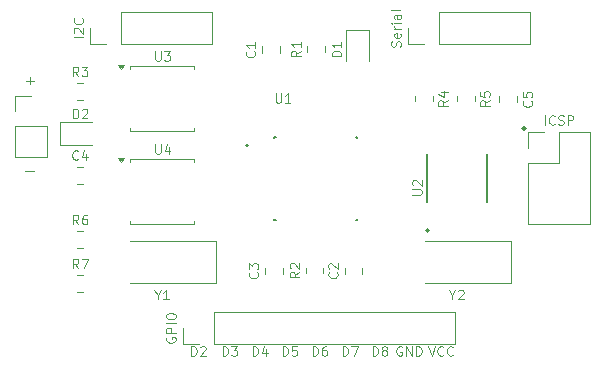
<source format=gto>
%TF.GenerationSoftware,KiCad,Pcbnew,8.0.8*%
%TF.CreationDate,2025-02-03T21:22:42-04:00*%
%TF.ProjectId,ATMega328P-512K-Datalogger-2L,41544d65-6761-4333-9238-502d3531324b,1*%
%TF.SameCoordinates,Original*%
%TF.FileFunction,Legend,Top*%
%TF.FilePolarity,Positive*%
%FSLAX46Y46*%
G04 Gerber Fmt 4.6, Leading zero omitted, Abs format (unit mm)*
G04 Created by KiCad (PCBNEW 8.0.8) date 2025-02-03 21:22:42*
%MOMM*%
%LPD*%
G01*
G04 APERTURE LIST*
%ADD10C,0.220388*%
%ADD11C,0.100000*%
%ADD12C,0.120000*%
%ADD13C,0.127000*%
%ADD14C,0.200000*%
G04 APERTURE END LIST*
D10*
X166835794Y-97899012D02*
G75*
G02*
X166615406Y-97899012I-110194J0D01*
G01*
X166615406Y-97899012D02*
G75*
G02*
X166835794Y-97899012I110194J0D01*
G01*
D11*
X138559265Y-117117895D02*
X138559265Y-116317895D01*
X138559265Y-116317895D02*
X138749741Y-116317895D01*
X138749741Y-116317895D02*
X138864027Y-116355990D01*
X138864027Y-116355990D02*
X138940217Y-116432180D01*
X138940217Y-116432180D02*
X138978312Y-116508371D01*
X138978312Y-116508371D02*
X139016408Y-116660752D01*
X139016408Y-116660752D02*
X139016408Y-116775038D01*
X139016408Y-116775038D02*
X138978312Y-116927419D01*
X138978312Y-116927419D02*
X138940217Y-117003609D01*
X138940217Y-117003609D02*
X138864027Y-117079800D01*
X138864027Y-117079800D02*
X138749741Y-117117895D01*
X138749741Y-117117895D02*
X138559265Y-117117895D01*
X139321169Y-116394085D02*
X139359265Y-116355990D01*
X139359265Y-116355990D02*
X139435455Y-116317895D01*
X139435455Y-116317895D02*
X139625931Y-116317895D01*
X139625931Y-116317895D02*
X139702122Y-116355990D01*
X139702122Y-116355990D02*
X139740217Y-116394085D01*
X139740217Y-116394085D02*
X139778312Y-116470276D01*
X139778312Y-116470276D02*
X139778312Y-116546466D01*
X139778312Y-116546466D02*
X139740217Y-116660752D01*
X139740217Y-116660752D02*
X139283074Y-117117895D01*
X139283074Y-117117895D02*
X139778312Y-117117895D01*
X158637979Y-116317895D02*
X158904646Y-117117895D01*
X158904646Y-117117895D02*
X159171312Y-116317895D01*
X159895122Y-117041704D02*
X159857026Y-117079800D01*
X159857026Y-117079800D02*
X159742741Y-117117895D01*
X159742741Y-117117895D02*
X159666550Y-117117895D01*
X159666550Y-117117895D02*
X159552264Y-117079800D01*
X159552264Y-117079800D02*
X159476074Y-117003609D01*
X159476074Y-117003609D02*
X159437979Y-116927419D01*
X159437979Y-116927419D02*
X159399883Y-116775038D01*
X159399883Y-116775038D02*
X159399883Y-116660752D01*
X159399883Y-116660752D02*
X159437979Y-116508371D01*
X159437979Y-116508371D02*
X159476074Y-116432180D01*
X159476074Y-116432180D02*
X159552264Y-116355990D01*
X159552264Y-116355990D02*
X159666550Y-116317895D01*
X159666550Y-116317895D02*
X159742741Y-116317895D01*
X159742741Y-116317895D02*
X159857026Y-116355990D01*
X159857026Y-116355990D02*
X159895122Y-116394085D01*
X160695122Y-117041704D02*
X160657026Y-117079800D01*
X160657026Y-117079800D02*
X160542741Y-117117895D01*
X160542741Y-117117895D02*
X160466550Y-117117895D01*
X160466550Y-117117895D02*
X160352264Y-117079800D01*
X160352264Y-117079800D02*
X160276074Y-117003609D01*
X160276074Y-117003609D02*
X160237979Y-116927419D01*
X160237979Y-116927419D02*
X160199883Y-116775038D01*
X160199883Y-116775038D02*
X160199883Y-116660752D01*
X160199883Y-116660752D02*
X160237979Y-116508371D01*
X160237979Y-116508371D02*
X160276074Y-116432180D01*
X160276074Y-116432180D02*
X160352264Y-116355990D01*
X160352264Y-116355990D02*
X160466550Y-116317895D01*
X160466550Y-116317895D02*
X160542741Y-116317895D01*
X160542741Y-116317895D02*
X160657026Y-116355990D01*
X160657026Y-116355990D02*
X160695122Y-116394085D01*
X148846265Y-117117895D02*
X148846265Y-116317895D01*
X148846265Y-116317895D02*
X149036741Y-116317895D01*
X149036741Y-116317895D02*
X149151027Y-116355990D01*
X149151027Y-116355990D02*
X149227217Y-116432180D01*
X149227217Y-116432180D02*
X149265312Y-116508371D01*
X149265312Y-116508371D02*
X149303408Y-116660752D01*
X149303408Y-116660752D02*
X149303408Y-116775038D01*
X149303408Y-116775038D02*
X149265312Y-116927419D01*
X149265312Y-116927419D02*
X149227217Y-117003609D01*
X149227217Y-117003609D02*
X149151027Y-117079800D01*
X149151027Y-117079800D02*
X149036741Y-117117895D01*
X149036741Y-117117895D02*
X148846265Y-117117895D01*
X149989122Y-116317895D02*
X149836741Y-116317895D01*
X149836741Y-116317895D02*
X149760550Y-116355990D01*
X149760550Y-116355990D02*
X149722455Y-116394085D01*
X149722455Y-116394085D02*
X149646265Y-116508371D01*
X149646265Y-116508371D02*
X149608169Y-116660752D01*
X149608169Y-116660752D02*
X149608169Y-116965514D01*
X149608169Y-116965514D02*
X149646265Y-117041704D01*
X149646265Y-117041704D02*
X149684360Y-117079800D01*
X149684360Y-117079800D02*
X149760550Y-117117895D01*
X149760550Y-117117895D02*
X149912931Y-117117895D01*
X149912931Y-117117895D02*
X149989122Y-117079800D01*
X149989122Y-117079800D02*
X150027217Y-117041704D01*
X150027217Y-117041704D02*
X150065312Y-116965514D01*
X150065312Y-116965514D02*
X150065312Y-116775038D01*
X150065312Y-116775038D02*
X150027217Y-116698847D01*
X150027217Y-116698847D02*
X149989122Y-116660752D01*
X149989122Y-116660752D02*
X149912931Y-116622657D01*
X149912931Y-116622657D02*
X149760550Y-116622657D01*
X149760550Y-116622657D02*
X149684360Y-116660752D01*
X149684360Y-116660752D02*
X149646265Y-116698847D01*
X149646265Y-116698847D02*
X149608169Y-116775038D01*
X153926265Y-117117895D02*
X153926265Y-116317895D01*
X153926265Y-116317895D02*
X154116741Y-116317895D01*
X154116741Y-116317895D02*
X154231027Y-116355990D01*
X154231027Y-116355990D02*
X154307217Y-116432180D01*
X154307217Y-116432180D02*
X154345312Y-116508371D01*
X154345312Y-116508371D02*
X154383408Y-116660752D01*
X154383408Y-116660752D02*
X154383408Y-116775038D01*
X154383408Y-116775038D02*
X154345312Y-116927419D01*
X154345312Y-116927419D02*
X154307217Y-117003609D01*
X154307217Y-117003609D02*
X154231027Y-117079800D01*
X154231027Y-117079800D02*
X154116741Y-117117895D01*
X154116741Y-117117895D02*
X153926265Y-117117895D01*
X154840550Y-116660752D02*
X154764360Y-116622657D01*
X154764360Y-116622657D02*
X154726265Y-116584561D01*
X154726265Y-116584561D02*
X154688169Y-116508371D01*
X154688169Y-116508371D02*
X154688169Y-116470276D01*
X154688169Y-116470276D02*
X154726265Y-116394085D01*
X154726265Y-116394085D02*
X154764360Y-116355990D01*
X154764360Y-116355990D02*
X154840550Y-116317895D01*
X154840550Y-116317895D02*
X154992931Y-116317895D01*
X154992931Y-116317895D02*
X155069122Y-116355990D01*
X155069122Y-116355990D02*
X155107217Y-116394085D01*
X155107217Y-116394085D02*
X155145312Y-116470276D01*
X155145312Y-116470276D02*
X155145312Y-116508371D01*
X155145312Y-116508371D02*
X155107217Y-116584561D01*
X155107217Y-116584561D02*
X155069122Y-116622657D01*
X155069122Y-116622657D02*
X154992931Y-116660752D01*
X154992931Y-116660752D02*
X154840550Y-116660752D01*
X154840550Y-116660752D02*
X154764360Y-116698847D01*
X154764360Y-116698847D02*
X154726265Y-116736942D01*
X154726265Y-116736942D02*
X154688169Y-116813133D01*
X154688169Y-116813133D02*
X154688169Y-116965514D01*
X154688169Y-116965514D02*
X154726265Y-117041704D01*
X154726265Y-117041704D02*
X154764360Y-117079800D01*
X154764360Y-117079800D02*
X154840550Y-117117895D01*
X154840550Y-117117895D02*
X154992931Y-117117895D01*
X154992931Y-117117895D02*
X155069122Y-117079800D01*
X155069122Y-117079800D02*
X155107217Y-117041704D01*
X155107217Y-117041704D02*
X155145312Y-116965514D01*
X155145312Y-116965514D02*
X155145312Y-116813133D01*
X155145312Y-116813133D02*
X155107217Y-116736942D01*
X155107217Y-116736942D02*
X155069122Y-116698847D01*
X155069122Y-116698847D02*
X154992931Y-116660752D01*
X124589265Y-93826133D02*
X125198789Y-93826133D01*
X124894027Y-94130895D02*
X124894027Y-93521371D01*
X151386265Y-117117895D02*
X151386265Y-116317895D01*
X151386265Y-116317895D02*
X151576741Y-116317895D01*
X151576741Y-116317895D02*
X151691027Y-116355990D01*
X151691027Y-116355990D02*
X151767217Y-116432180D01*
X151767217Y-116432180D02*
X151805312Y-116508371D01*
X151805312Y-116508371D02*
X151843408Y-116660752D01*
X151843408Y-116660752D02*
X151843408Y-116775038D01*
X151843408Y-116775038D02*
X151805312Y-116927419D01*
X151805312Y-116927419D02*
X151767217Y-117003609D01*
X151767217Y-117003609D02*
X151691027Y-117079800D01*
X151691027Y-117079800D02*
X151576741Y-117117895D01*
X151576741Y-117117895D02*
X151386265Y-117117895D01*
X152110074Y-116317895D02*
X152643408Y-116317895D01*
X152643408Y-116317895D02*
X152300550Y-117117895D01*
X141226265Y-117117895D02*
X141226265Y-116317895D01*
X141226265Y-116317895D02*
X141416741Y-116317895D01*
X141416741Y-116317895D02*
X141531027Y-116355990D01*
X141531027Y-116355990D02*
X141607217Y-116432180D01*
X141607217Y-116432180D02*
X141645312Y-116508371D01*
X141645312Y-116508371D02*
X141683408Y-116660752D01*
X141683408Y-116660752D02*
X141683408Y-116775038D01*
X141683408Y-116775038D02*
X141645312Y-116927419D01*
X141645312Y-116927419D02*
X141607217Y-117003609D01*
X141607217Y-117003609D02*
X141531027Y-117079800D01*
X141531027Y-117079800D02*
X141416741Y-117117895D01*
X141416741Y-117117895D02*
X141226265Y-117117895D01*
X141950074Y-116317895D02*
X142445312Y-116317895D01*
X142445312Y-116317895D02*
X142178646Y-116622657D01*
X142178646Y-116622657D02*
X142292931Y-116622657D01*
X142292931Y-116622657D02*
X142369122Y-116660752D01*
X142369122Y-116660752D02*
X142407217Y-116698847D01*
X142407217Y-116698847D02*
X142445312Y-116775038D01*
X142445312Y-116775038D02*
X142445312Y-116965514D01*
X142445312Y-116965514D02*
X142407217Y-117041704D01*
X142407217Y-117041704D02*
X142369122Y-117079800D01*
X142369122Y-117079800D02*
X142292931Y-117117895D01*
X142292931Y-117117895D02*
X142064360Y-117117895D01*
X142064360Y-117117895D02*
X141988169Y-117079800D01*
X141988169Y-117079800D02*
X141950074Y-117041704D01*
X146306265Y-117117895D02*
X146306265Y-116317895D01*
X146306265Y-116317895D02*
X146496741Y-116317895D01*
X146496741Y-116317895D02*
X146611027Y-116355990D01*
X146611027Y-116355990D02*
X146687217Y-116432180D01*
X146687217Y-116432180D02*
X146725312Y-116508371D01*
X146725312Y-116508371D02*
X146763408Y-116660752D01*
X146763408Y-116660752D02*
X146763408Y-116775038D01*
X146763408Y-116775038D02*
X146725312Y-116927419D01*
X146725312Y-116927419D02*
X146687217Y-117003609D01*
X146687217Y-117003609D02*
X146611027Y-117079800D01*
X146611027Y-117079800D02*
X146496741Y-117117895D01*
X146496741Y-117117895D02*
X146306265Y-117117895D01*
X147487217Y-116317895D02*
X147106265Y-116317895D01*
X147106265Y-116317895D02*
X147068169Y-116698847D01*
X147068169Y-116698847D02*
X147106265Y-116660752D01*
X147106265Y-116660752D02*
X147182455Y-116622657D01*
X147182455Y-116622657D02*
X147372931Y-116622657D01*
X147372931Y-116622657D02*
X147449122Y-116660752D01*
X147449122Y-116660752D02*
X147487217Y-116698847D01*
X147487217Y-116698847D02*
X147525312Y-116775038D01*
X147525312Y-116775038D02*
X147525312Y-116965514D01*
X147525312Y-116965514D02*
X147487217Y-117041704D01*
X147487217Y-117041704D02*
X147449122Y-117079800D01*
X147449122Y-117079800D02*
X147372931Y-117117895D01*
X147372931Y-117117895D02*
X147182455Y-117117895D01*
X147182455Y-117117895D02*
X147106265Y-117079800D01*
X147106265Y-117079800D02*
X147068169Y-117041704D01*
X143766265Y-117117895D02*
X143766265Y-116317895D01*
X143766265Y-116317895D02*
X143956741Y-116317895D01*
X143956741Y-116317895D02*
X144071027Y-116355990D01*
X144071027Y-116355990D02*
X144147217Y-116432180D01*
X144147217Y-116432180D02*
X144185312Y-116508371D01*
X144185312Y-116508371D02*
X144223408Y-116660752D01*
X144223408Y-116660752D02*
X144223408Y-116775038D01*
X144223408Y-116775038D02*
X144185312Y-116927419D01*
X144185312Y-116927419D02*
X144147217Y-117003609D01*
X144147217Y-117003609D02*
X144071027Y-117079800D01*
X144071027Y-117079800D02*
X143956741Y-117117895D01*
X143956741Y-117117895D02*
X143766265Y-117117895D01*
X144909122Y-116584561D02*
X144909122Y-117117895D01*
X144718646Y-116279800D02*
X144528169Y-116851228D01*
X144528169Y-116851228D02*
X145023408Y-116851228D01*
X156377312Y-116355990D02*
X156301122Y-116317895D01*
X156301122Y-116317895D02*
X156186836Y-116317895D01*
X156186836Y-116317895D02*
X156072550Y-116355990D01*
X156072550Y-116355990D02*
X155996360Y-116432180D01*
X155996360Y-116432180D02*
X155958265Y-116508371D01*
X155958265Y-116508371D02*
X155920169Y-116660752D01*
X155920169Y-116660752D02*
X155920169Y-116775038D01*
X155920169Y-116775038D02*
X155958265Y-116927419D01*
X155958265Y-116927419D02*
X155996360Y-117003609D01*
X155996360Y-117003609D02*
X156072550Y-117079800D01*
X156072550Y-117079800D02*
X156186836Y-117117895D01*
X156186836Y-117117895D02*
X156263027Y-117117895D01*
X156263027Y-117117895D02*
X156377312Y-117079800D01*
X156377312Y-117079800D02*
X156415408Y-117041704D01*
X156415408Y-117041704D02*
X156415408Y-116775038D01*
X156415408Y-116775038D02*
X156263027Y-116775038D01*
X156758265Y-117117895D02*
X156758265Y-116317895D01*
X156758265Y-116317895D02*
X157215408Y-117117895D01*
X157215408Y-117117895D02*
X157215408Y-116317895D01*
X157596360Y-117117895D02*
X157596360Y-116317895D01*
X157596360Y-116317895D02*
X157786836Y-116317895D01*
X157786836Y-116317895D02*
X157901122Y-116355990D01*
X157901122Y-116355990D02*
X157977312Y-116432180D01*
X157977312Y-116432180D02*
X158015407Y-116508371D01*
X158015407Y-116508371D02*
X158053503Y-116660752D01*
X158053503Y-116660752D02*
X158053503Y-116775038D01*
X158053503Y-116775038D02*
X158015407Y-116927419D01*
X158015407Y-116927419D02*
X157977312Y-117003609D01*
X157977312Y-117003609D02*
X157901122Y-117079800D01*
X157901122Y-117079800D02*
X157786836Y-117117895D01*
X157786836Y-117117895D02*
X157596360Y-117117895D01*
X124509884Y-101472466D02*
X125271789Y-101472466D01*
X135490476Y-91343895D02*
X135490476Y-91991514D01*
X135490476Y-91991514D02*
X135528571Y-92067704D01*
X135528571Y-92067704D02*
X135566666Y-92105800D01*
X135566666Y-92105800D02*
X135642857Y-92143895D01*
X135642857Y-92143895D02*
X135795238Y-92143895D01*
X135795238Y-92143895D02*
X135871428Y-92105800D01*
X135871428Y-92105800D02*
X135909523Y-92067704D01*
X135909523Y-92067704D02*
X135947619Y-91991514D01*
X135947619Y-91991514D02*
X135947619Y-91343895D01*
X136252380Y-91343895D02*
X136747618Y-91343895D01*
X136747618Y-91343895D02*
X136480952Y-91648657D01*
X136480952Y-91648657D02*
X136595237Y-91648657D01*
X136595237Y-91648657D02*
X136671428Y-91686752D01*
X136671428Y-91686752D02*
X136709523Y-91724847D01*
X136709523Y-91724847D02*
X136747618Y-91801038D01*
X136747618Y-91801038D02*
X136747618Y-91991514D01*
X136747618Y-91991514D02*
X136709523Y-92067704D01*
X136709523Y-92067704D02*
X136671428Y-92105800D01*
X136671428Y-92105800D02*
X136595237Y-92143895D01*
X136595237Y-92143895D02*
X136366666Y-92143895D01*
X136366666Y-92143895D02*
X136290475Y-92105800D01*
X136290475Y-92105800D02*
X136252380Y-92067704D01*
X147812895Y-91294332D02*
X147431942Y-91560999D01*
X147812895Y-91751475D02*
X147012895Y-91751475D01*
X147012895Y-91751475D02*
X147012895Y-91446713D01*
X147012895Y-91446713D02*
X147050990Y-91370523D01*
X147050990Y-91370523D02*
X147089085Y-91332428D01*
X147089085Y-91332428D02*
X147165276Y-91294332D01*
X147165276Y-91294332D02*
X147279561Y-91294332D01*
X147279561Y-91294332D02*
X147355752Y-91332428D01*
X147355752Y-91332428D02*
X147393847Y-91370523D01*
X147393847Y-91370523D02*
X147431942Y-91446713D01*
X147431942Y-91446713D02*
X147431942Y-91751475D01*
X147812895Y-90532428D02*
X147812895Y-90989571D01*
X147812895Y-90760999D02*
X147012895Y-90760999D01*
X147012895Y-90760999D02*
X147127180Y-90837190D01*
X147127180Y-90837190D02*
X147203371Y-90913380D01*
X147203371Y-90913380D02*
X147241466Y-90989571D01*
X129002167Y-106000895D02*
X128735500Y-105619942D01*
X128545024Y-106000895D02*
X128545024Y-105200895D01*
X128545024Y-105200895D02*
X128849786Y-105200895D01*
X128849786Y-105200895D02*
X128925976Y-105238990D01*
X128925976Y-105238990D02*
X128964071Y-105277085D01*
X128964071Y-105277085D02*
X129002167Y-105353276D01*
X129002167Y-105353276D02*
X129002167Y-105467561D01*
X129002167Y-105467561D02*
X128964071Y-105543752D01*
X128964071Y-105543752D02*
X128925976Y-105581847D01*
X128925976Y-105581847D02*
X128849786Y-105619942D01*
X128849786Y-105619942D02*
X128545024Y-105619942D01*
X129687881Y-105200895D02*
X129535500Y-105200895D01*
X129535500Y-105200895D02*
X129459309Y-105238990D01*
X129459309Y-105238990D02*
X129421214Y-105277085D01*
X129421214Y-105277085D02*
X129345024Y-105391371D01*
X129345024Y-105391371D02*
X129306928Y-105543752D01*
X129306928Y-105543752D02*
X129306928Y-105848514D01*
X129306928Y-105848514D02*
X129345024Y-105924704D01*
X129345024Y-105924704D02*
X129383119Y-105962800D01*
X129383119Y-105962800D02*
X129459309Y-106000895D01*
X129459309Y-106000895D02*
X129611690Y-106000895D01*
X129611690Y-106000895D02*
X129687881Y-105962800D01*
X129687881Y-105962800D02*
X129725976Y-105924704D01*
X129725976Y-105924704D02*
X129764071Y-105848514D01*
X129764071Y-105848514D02*
X129764071Y-105658038D01*
X129764071Y-105658038D02*
X129725976Y-105581847D01*
X129725976Y-105581847D02*
X129687881Y-105543752D01*
X129687881Y-105543752D02*
X129611690Y-105505657D01*
X129611690Y-105505657D02*
X129459309Y-105505657D01*
X129459309Y-105505657D02*
X129383119Y-105543752D01*
X129383119Y-105543752D02*
X129345024Y-105581847D01*
X129345024Y-105581847D02*
X129306928Y-105658038D01*
X145693476Y-94882895D02*
X145693476Y-95530514D01*
X145693476Y-95530514D02*
X145731571Y-95606704D01*
X145731571Y-95606704D02*
X145769666Y-95644800D01*
X145769666Y-95644800D02*
X145845857Y-95682895D01*
X145845857Y-95682895D02*
X145998238Y-95682895D01*
X145998238Y-95682895D02*
X146074428Y-95644800D01*
X146074428Y-95644800D02*
X146112523Y-95606704D01*
X146112523Y-95606704D02*
X146150619Y-95530514D01*
X146150619Y-95530514D02*
X146150619Y-94882895D01*
X146950618Y-95682895D02*
X146493475Y-95682895D01*
X146722047Y-95682895D02*
X146722047Y-94882895D01*
X146722047Y-94882895D02*
X146645856Y-94997180D01*
X146645856Y-94997180D02*
X146569666Y-95073371D01*
X146569666Y-95073371D02*
X146493475Y-95111466D01*
X143896704Y-91331832D02*
X143934800Y-91369928D01*
X143934800Y-91369928D02*
X143972895Y-91484213D01*
X143972895Y-91484213D02*
X143972895Y-91560404D01*
X143972895Y-91560404D02*
X143934800Y-91674690D01*
X143934800Y-91674690D02*
X143858609Y-91750880D01*
X143858609Y-91750880D02*
X143782419Y-91788975D01*
X143782419Y-91788975D02*
X143630038Y-91827071D01*
X143630038Y-91827071D02*
X143515752Y-91827071D01*
X143515752Y-91827071D02*
X143363371Y-91788975D01*
X143363371Y-91788975D02*
X143287180Y-91750880D01*
X143287180Y-91750880D02*
X143210990Y-91674690D01*
X143210990Y-91674690D02*
X143172895Y-91560404D01*
X143172895Y-91560404D02*
X143172895Y-91484213D01*
X143172895Y-91484213D02*
X143210990Y-91369928D01*
X143210990Y-91369928D02*
X143249085Y-91331832D01*
X143972895Y-90569928D02*
X143972895Y-91027071D01*
X143972895Y-90798499D02*
X143172895Y-90798499D01*
X143172895Y-90798499D02*
X143287180Y-90874690D01*
X143287180Y-90874690D02*
X143363371Y-90950880D01*
X143363371Y-90950880D02*
X143401466Y-91027071D01*
X135490476Y-99217895D02*
X135490476Y-99865514D01*
X135490476Y-99865514D02*
X135528571Y-99941704D01*
X135528571Y-99941704D02*
X135566666Y-99979800D01*
X135566666Y-99979800D02*
X135642857Y-100017895D01*
X135642857Y-100017895D02*
X135795238Y-100017895D01*
X135795238Y-100017895D02*
X135871428Y-99979800D01*
X135871428Y-99979800D02*
X135909523Y-99941704D01*
X135909523Y-99941704D02*
X135947619Y-99865514D01*
X135947619Y-99865514D02*
X135947619Y-99217895D01*
X136671428Y-99484561D02*
X136671428Y-100017895D01*
X136480952Y-99179800D02*
X136290475Y-99751228D01*
X136290475Y-99751228D02*
X136785714Y-99751228D01*
X167322704Y-95533332D02*
X167360800Y-95571428D01*
X167360800Y-95571428D02*
X167398895Y-95685713D01*
X167398895Y-95685713D02*
X167398895Y-95761904D01*
X167398895Y-95761904D02*
X167360800Y-95876190D01*
X167360800Y-95876190D02*
X167284609Y-95952380D01*
X167284609Y-95952380D02*
X167208419Y-95990475D01*
X167208419Y-95990475D02*
X167056038Y-96028571D01*
X167056038Y-96028571D02*
X166941752Y-96028571D01*
X166941752Y-96028571D02*
X166789371Y-95990475D01*
X166789371Y-95990475D02*
X166713180Y-95952380D01*
X166713180Y-95952380D02*
X166636990Y-95876190D01*
X166636990Y-95876190D02*
X166598895Y-95761904D01*
X166598895Y-95761904D02*
X166598895Y-95685713D01*
X166598895Y-95685713D02*
X166636990Y-95571428D01*
X166636990Y-95571428D02*
X166675085Y-95533332D01*
X166598895Y-94809523D02*
X166598895Y-95190475D01*
X166598895Y-95190475D02*
X166979847Y-95228571D01*
X166979847Y-95228571D02*
X166941752Y-95190475D01*
X166941752Y-95190475D02*
X166903657Y-95114285D01*
X166903657Y-95114285D02*
X166903657Y-94923809D01*
X166903657Y-94923809D02*
X166941752Y-94847618D01*
X166941752Y-94847618D02*
X166979847Y-94809523D01*
X166979847Y-94809523D02*
X167056038Y-94771428D01*
X167056038Y-94771428D02*
X167246514Y-94771428D01*
X167246514Y-94771428D02*
X167322704Y-94809523D01*
X167322704Y-94809523D02*
X167360800Y-94847618D01*
X167360800Y-94847618D02*
X167398895Y-94923809D01*
X167398895Y-94923809D02*
X167398895Y-95114285D01*
X167398895Y-95114285D02*
X167360800Y-95190475D01*
X167360800Y-95190475D02*
X167322704Y-95228571D01*
X157268895Y-103474523D02*
X157916514Y-103474523D01*
X157916514Y-103474523D02*
X157992704Y-103436428D01*
X157992704Y-103436428D02*
X158030800Y-103398333D01*
X158030800Y-103398333D02*
X158068895Y-103322142D01*
X158068895Y-103322142D02*
X158068895Y-103169761D01*
X158068895Y-103169761D02*
X158030800Y-103093571D01*
X158030800Y-103093571D02*
X157992704Y-103055476D01*
X157992704Y-103055476D02*
X157916514Y-103017380D01*
X157916514Y-103017380D02*
X157268895Y-103017380D01*
X157345085Y-102674524D02*
X157306990Y-102636428D01*
X157306990Y-102636428D02*
X157268895Y-102560238D01*
X157268895Y-102560238D02*
X157268895Y-102369762D01*
X157268895Y-102369762D02*
X157306990Y-102293571D01*
X157306990Y-102293571D02*
X157345085Y-102255476D01*
X157345085Y-102255476D02*
X157421276Y-102217381D01*
X157421276Y-102217381D02*
X157497466Y-102217381D01*
X157497466Y-102217381D02*
X157611752Y-102255476D01*
X157611752Y-102255476D02*
X158068895Y-102712619D01*
X158068895Y-102712619D02*
X158068895Y-102217381D01*
X160655048Y-111965942D02*
X160655048Y-112346895D01*
X160388381Y-111546895D02*
X160655048Y-111965942D01*
X160655048Y-111965942D02*
X160921714Y-111546895D01*
X161150285Y-111623085D02*
X161188381Y-111584990D01*
X161188381Y-111584990D02*
X161264571Y-111546895D01*
X161264571Y-111546895D02*
X161455047Y-111546895D01*
X161455047Y-111546895D02*
X161531238Y-111584990D01*
X161531238Y-111584990D02*
X161569333Y-111623085D01*
X161569333Y-111623085D02*
X161607428Y-111699276D01*
X161607428Y-111699276D02*
X161607428Y-111775466D01*
X161607428Y-111775466D02*
X161569333Y-111889752D01*
X161569333Y-111889752D02*
X161112190Y-112346895D01*
X161112190Y-112346895D02*
X161607428Y-112346895D01*
X168491048Y-97564895D02*
X168491048Y-96764895D01*
X169329143Y-97488704D02*
X169291047Y-97526800D01*
X169291047Y-97526800D02*
X169176762Y-97564895D01*
X169176762Y-97564895D02*
X169100571Y-97564895D01*
X169100571Y-97564895D02*
X168986285Y-97526800D01*
X168986285Y-97526800D02*
X168910095Y-97450609D01*
X168910095Y-97450609D02*
X168872000Y-97374419D01*
X168872000Y-97374419D02*
X168833904Y-97222038D01*
X168833904Y-97222038D02*
X168833904Y-97107752D01*
X168833904Y-97107752D02*
X168872000Y-96955371D01*
X168872000Y-96955371D02*
X168910095Y-96879180D01*
X168910095Y-96879180D02*
X168986285Y-96802990D01*
X168986285Y-96802990D02*
X169100571Y-96764895D01*
X169100571Y-96764895D02*
X169176762Y-96764895D01*
X169176762Y-96764895D02*
X169291047Y-96802990D01*
X169291047Y-96802990D02*
X169329143Y-96841085D01*
X169633904Y-97526800D02*
X169748190Y-97564895D01*
X169748190Y-97564895D02*
X169938666Y-97564895D01*
X169938666Y-97564895D02*
X170014857Y-97526800D01*
X170014857Y-97526800D02*
X170052952Y-97488704D01*
X170052952Y-97488704D02*
X170091047Y-97412514D01*
X170091047Y-97412514D02*
X170091047Y-97336323D01*
X170091047Y-97336323D02*
X170052952Y-97260133D01*
X170052952Y-97260133D02*
X170014857Y-97222038D01*
X170014857Y-97222038D02*
X169938666Y-97183942D01*
X169938666Y-97183942D02*
X169786285Y-97145847D01*
X169786285Y-97145847D02*
X169710095Y-97107752D01*
X169710095Y-97107752D02*
X169672000Y-97069657D01*
X169672000Y-97069657D02*
X169633904Y-96993466D01*
X169633904Y-96993466D02*
X169633904Y-96917276D01*
X169633904Y-96917276D02*
X169672000Y-96841085D01*
X169672000Y-96841085D02*
X169710095Y-96802990D01*
X169710095Y-96802990D02*
X169786285Y-96764895D01*
X169786285Y-96764895D02*
X169976762Y-96764895D01*
X169976762Y-96764895D02*
X170091047Y-96802990D01*
X170433905Y-97564895D02*
X170433905Y-96764895D01*
X170433905Y-96764895D02*
X170738667Y-96764895D01*
X170738667Y-96764895D02*
X170814857Y-96802990D01*
X170814857Y-96802990D02*
X170852952Y-96841085D01*
X170852952Y-96841085D02*
X170891048Y-96917276D01*
X170891048Y-96917276D02*
X170891048Y-97031561D01*
X170891048Y-97031561D02*
X170852952Y-97107752D01*
X170852952Y-97107752D02*
X170814857Y-97145847D01*
X170814857Y-97145847D02*
X170738667Y-97183942D01*
X170738667Y-97183942D02*
X170433905Y-97183942D01*
X150881704Y-110054332D02*
X150919800Y-110092428D01*
X150919800Y-110092428D02*
X150957895Y-110206713D01*
X150957895Y-110206713D02*
X150957895Y-110282904D01*
X150957895Y-110282904D02*
X150919800Y-110397190D01*
X150919800Y-110397190D02*
X150843609Y-110473380D01*
X150843609Y-110473380D02*
X150767419Y-110511475D01*
X150767419Y-110511475D02*
X150615038Y-110549571D01*
X150615038Y-110549571D02*
X150500752Y-110549571D01*
X150500752Y-110549571D02*
X150348371Y-110511475D01*
X150348371Y-110511475D02*
X150272180Y-110473380D01*
X150272180Y-110473380D02*
X150195990Y-110397190D01*
X150195990Y-110397190D02*
X150157895Y-110282904D01*
X150157895Y-110282904D02*
X150157895Y-110206713D01*
X150157895Y-110206713D02*
X150195990Y-110092428D01*
X150195990Y-110092428D02*
X150234085Y-110054332D01*
X150234085Y-109749571D02*
X150195990Y-109711475D01*
X150195990Y-109711475D02*
X150157895Y-109635285D01*
X150157895Y-109635285D02*
X150157895Y-109444809D01*
X150157895Y-109444809D02*
X150195990Y-109368618D01*
X150195990Y-109368618D02*
X150234085Y-109330523D01*
X150234085Y-109330523D02*
X150310276Y-109292428D01*
X150310276Y-109292428D02*
X150386466Y-109292428D01*
X150386466Y-109292428D02*
X150500752Y-109330523D01*
X150500752Y-109330523D02*
X150957895Y-109787666D01*
X150957895Y-109787666D02*
X150957895Y-109292428D01*
X151240895Y-91776475D02*
X150440895Y-91776475D01*
X150440895Y-91776475D02*
X150440895Y-91585999D01*
X150440895Y-91585999D02*
X150478990Y-91471713D01*
X150478990Y-91471713D02*
X150555180Y-91395523D01*
X150555180Y-91395523D02*
X150631371Y-91357428D01*
X150631371Y-91357428D02*
X150783752Y-91319332D01*
X150783752Y-91319332D02*
X150898038Y-91319332D01*
X150898038Y-91319332D02*
X151050419Y-91357428D01*
X151050419Y-91357428D02*
X151126609Y-91395523D01*
X151126609Y-91395523D02*
X151202800Y-91471713D01*
X151202800Y-91471713D02*
X151240895Y-91585999D01*
X151240895Y-91585999D02*
X151240895Y-91776475D01*
X151240895Y-90557428D02*
X151240895Y-91014571D01*
X151240895Y-90785999D02*
X150440895Y-90785999D01*
X150440895Y-90785999D02*
X150555180Y-90862190D01*
X150555180Y-90862190D02*
X150631371Y-90938380D01*
X150631371Y-90938380D02*
X150669466Y-91014571D01*
X128545024Y-97012895D02*
X128545024Y-96212895D01*
X128545024Y-96212895D02*
X128735500Y-96212895D01*
X128735500Y-96212895D02*
X128849786Y-96250990D01*
X128849786Y-96250990D02*
X128925976Y-96327180D01*
X128925976Y-96327180D02*
X128964071Y-96403371D01*
X128964071Y-96403371D02*
X129002167Y-96555752D01*
X129002167Y-96555752D02*
X129002167Y-96670038D01*
X129002167Y-96670038D02*
X128964071Y-96822419D01*
X128964071Y-96822419D02*
X128925976Y-96898609D01*
X128925976Y-96898609D02*
X128849786Y-96974800D01*
X128849786Y-96974800D02*
X128735500Y-97012895D01*
X128735500Y-97012895D02*
X128545024Y-97012895D01*
X129306928Y-96289085D02*
X129345024Y-96250990D01*
X129345024Y-96250990D02*
X129421214Y-96212895D01*
X129421214Y-96212895D02*
X129611690Y-96212895D01*
X129611690Y-96212895D02*
X129687881Y-96250990D01*
X129687881Y-96250990D02*
X129725976Y-96289085D01*
X129725976Y-96289085D02*
X129764071Y-96365276D01*
X129764071Y-96365276D02*
X129764071Y-96441466D01*
X129764071Y-96441466D02*
X129725976Y-96555752D01*
X129725976Y-96555752D02*
X129268833Y-97012895D01*
X129268833Y-97012895D02*
X129764071Y-97012895D01*
X135703048Y-111965942D02*
X135703048Y-112346895D01*
X135436381Y-111546895D02*
X135703048Y-111965942D01*
X135703048Y-111965942D02*
X135969714Y-111546895D01*
X136655428Y-112346895D02*
X136198285Y-112346895D01*
X136426857Y-112346895D02*
X136426857Y-111546895D01*
X136426857Y-111546895D02*
X136350666Y-111661180D01*
X136350666Y-111661180D02*
X136274476Y-111737371D01*
X136274476Y-111737371D02*
X136198285Y-111775466D01*
X163812895Y-95495832D02*
X163431942Y-95762499D01*
X163812895Y-95952975D02*
X163012895Y-95952975D01*
X163012895Y-95952975D02*
X163012895Y-95648213D01*
X163012895Y-95648213D02*
X163050990Y-95572023D01*
X163050990Y-95572023D02*
X163089085Y-95533928D01*
X163089085Y-95533928D02*
X163165276Y-95495832D01*
X163165276Y-95495832D02*
X163279561Y-95495832D01*
X163279561Y-95495832D02*
X163355752Y-95533928D01*
X163355752Y-95533928D02*
X163393847Y-95572023D01*
X163393847Y-95572023D02*
X163431942Y-95648213D01*
X163431942Y-95648213D02*
X163431942Y-95952975D01*
X163012895Y-94772023D02*
X163012895Y-95152975D01*
X163012895Y-95152975D02*
X163393847Y-95191071D01*
X163393847Y-95191071D02*
X163355752Y-95152975D01*
X163355752Y-95152975D02*
X163317657Y-95076785D01*
X163317657Y-95076785D02*
X163317657Y-94886309D01*
X163317657Y-94886309D02*
X163355752Y-94810118D01*
X163355752Y-94810118D02*
X163393847Y-94772023D01*
X163393847Y-94772023D02*
X163470038Y-94733928D01*
X163470038Y-94733928D02*
X163660514Y-94733928D01*
X163660514Y-94733928D02*
X163736704Y-94772023D01*
X163736704Y-94772023D02*
X163774800Y-94810118D01*
X163774800Y-94810118D02*
X163812895Y-94886309D01*
X163812895Y-94886309D02*
X163812895Y-95076785D01*
X163812895Y-95076785D02*
X163774800Y-95152975D01*
X163774800Y-95152975D02*
X163736704Y-95191071D01*
X156238800Y-90950952D02*
X156276895Y-90836666D01*
X156276895Y-90836666D02*
X156276895Y-90646190D01*
X156276895Y-90646190D02*
X156238800Y-90569999D01*
X156238800Y-90569999D02*
X156200704Y-90531904D01*
X156200704Y-90531904D02*
X156124514Y-90493809D01*
X156124514Y-90493809D02*
X156048323Y-90493809D01*
X156048323Y-90493809D02*
X155972133Y-90531904D01*
X155972133Y-90531904D02*
X155934038Y-90569999D01*
X155934038Y-90569999D02*
X155895942Y-90646190D01*
X155895942Y-90646190D02*
X155857847Y-90798571D01*
X155857847Y-90798571D02*
X155819752Y-90874761D01*
X155819752Y-90874761D02*
X155781657Y-90912856D01*
X155781657Y-90912856D02*
X155705466Y-90950952D01*
X155705466Y-90950952D02*
X155629276Y-90950952D01*
X155629276Y-90950952D02*
X155553085Y-90912856D01*
X155553085Y-90912856D02*
X155514990Y-90874761D01*
X155514990Y-90874761D02*
X155476895Y-90798571D01*
X155476895Y-90798571D02*
X155476895Y-90608094D01*
X155476895Y-90608094D02*
X155514990Y-90493809D01*
X156238800Y-89846189D02*
X156276895Y-89922380D01*
X156276895Y-89922380D02*
X156276895Y-90074761D01*
X156276895Y-90074761D02*
X156238800Y-90150951D01*
X156238800Y-90150951D02*
X156162609Y-90189047D01*
X156162609Y-90189047D02*
X155857847Y-90189047D01*
X155857847Y-90189047D02*
X155781657Y-90150951D01*
X155781657Y-90150951D02*
X155743561Y-90074761D01*
X155743561Y-90074761D02*
X155743561Y-89922380D01*
X155743561Y-89922380D02*
X155781657Y-89846189D01*
X155781657Y-89846189D02*
X155857847Y-89808094D01*
X155857847Y-89808094D02*
X155934038Y-89808094D01*
X155934038Y-89808094D02*
X156010228Y-90189047D01*
X156276895Y-89465237D02*
X155743561Y-89465237D01*
X155895942Y-89465237D02*
X155819752Y-89427142D01*
X155819752Y-89427142D02*
X155781657Y-89389047D01*
X155781657Y-89389047D02*
X155743561Y-89312856D01*
X155743561Y-89312856D02*
X155743561Y-89236666D01*
X156276895Y-88969999D02*
X155743561Y-88969999D01*
X155476895Y-88969999D02*
X155514990Y-89008095D01*
X155514990Y-89008095D02*
X155553085Y-88969999D01*
X155553085Y-88969999D02*
X155514990Y-88931904D01*
X155514990Y-88931904D02*
X155476895Y-88969999D01*
X155476895Y-88969999D02*
X155553085Y-88969999D01*
X156276895Y-88246190D02*
X155857847Y-88246190D01*
X155857847Y-88246190D02*
X155781657Y-88284285D01*
X155781657Y-88284285D02*
X155743561Y-88360476D01*
X155743561Y-88360476D02*
X155743561Y-88512857D01*
X155743561Y-88512857D02*
X155781657Y-88589047D01*
X156238800Y-88246190D02*
X156276895Y-88322381D01*
X156276895Y-88322381D02*
X156276895Y-88512857D01*
X156276895Y-88512857D02*
X156238800Y-88589047D01*
X156238800Y-88589047D02*
X156162609Y-88627143D01*
X156162609Y-88627143D02*
X156086419Y-88627143D01*
X156086419Y-88627143D02*
X156010228Y-88589047D01*
X156010228Y-88589047D02*
X155972133Y-88512857D01*
X155972133Y-88512857D02*
X155972133Y-88322381D01*
X155972133Y-88322381D02*
X155934038Y-88246190D01*
X156276895Y-87750952D02*
X156238800Y-87827142D01*
X156238800Y-87827142D02*
X156162609Y-87865237D01*
X156162609Y-87865237D02*
X155476895Y-87865237D01*
X128982167Y-100462704D02*
X128944071Y-100500800D01*
X128944071Y-100500800D02*
X128829786Y-100538895D01*
X128829786Y-100538895D02*
X128753595Y-100538895D01*
X128753595Y-100538895D02*
X128639309Y-100500800D01*
X128639309Y-100500800D02*
X128563119Y-100424609D01*
X128563119Y-100424609D02*
X128525024Y-100348419D01*
X128525024Y-100348419D02*
X128486928Y-100196038D01*
X128486928Y-100196038D02*
X128486928Y-100081752D01*
X128486928Y-100081752D02*
X128525024Y-99929371D01*
X128525024Y-99929371D02*
X128563119Y-99853180D01*
X128563119Y-99853180D02*
X128639309Y-99776990D01*
X128639309Y-99776990D02*
X128753595Y-99738895D01*
X128753595Y-99738895D02*
X128829786Y-99738895D01*
X128829786Y-99738895D02*
X128944071Y-99776990D01*
X128944071Y-99776990D02*
X128982167Y-99815085D01*
X129667881Y-100005561D02*
X129667881Y-100538895D01*
X129477405Y-99700800D02*
X129286928Y-100272228D01*
X129286928Y-100272228D02*
X129782167Y-100272228D01*
X129002167Y-93456895D02*
X128735500Y-93075942D01*
X128545024Y-93456895D02*
X128545024Y-92656895D01*
X128545024Y-92656895D02*
X128849786Y-92656895D01*
X128849786Y-92656895D02*
X128925976Y-92694990D01*
X128925976Y-92694990D02*
X128964071Y-92733085D01*
X128964071Y-92733085D02*
X129002167Y-92809276D01*
X129002167Y-92809276D02*
X129002167Y-92923561D01*
X129002167Y-92923561D02*
X128964071Y-92999752D01*
X128964071Y-92999752D02*
X128925976Y-93037847D01*
X128925976Y-93037847D02*
X128849786Y-93075942D01*
X128849786Y-93075942D02*
X128545024Y-93075942D01*
X129268833Y-92656895D02*
X129764071Y-92656895D01*
X129764071Y-92656895D02*
X129497405Y-92961657D01*
X129497405Y-92961657D02*
X129611690Y-92961657D01*
X129611690Y-92961657D02*
X129687881Y-92999752D01*
X129687881Y-92999752D02*
X129725976Y-93037847D01*
X129725976Y-93037847D02*
X129764071Y-93114038D01*
X129764071Y-93114038D02*
X129764071Y-93304514D01*
X129764071Y-93304514D02*
X129725976Y-93380704D01*
X129725976Y-93380704D02*
X129687881Y-93418800D01*
X129687881Y-93418800D02*
X129611690Y-93456895D01*
X129611690Y-93456895D02*
X129383119Y-93456895D01*
X129383119Y-93456895D02*
X129306928Y-93418800D01*
X129306928Y-93418800D02*
X129268833Y-93380704D01*
X136464990Y-115569999D02*
X136426895Y-115646189D01*
X136426895Y-115646189D02*
X136426895Y-115760475D01*
X136426895Y-115760475D02*
X136464990Y-115874761D01*
X136464990Y-115874761D02*
X136541180Y-115950951D01*
X136541180Y-115950951D02*
X136617371Y-115989046D01*
X136617371Y-115989046D02*
X136769752Y-116027142D01*
X136769752Y-116027142D02*
X136884038Y-116027142D01*
X136884038Y-116027142D02*
X137036419Y-115989046D01*
X137036419Y-115989046D02*
X137112609Y-115950951D01*
X137112609Y-115950951D02*
X137188800Y-115874761D01*
X137188800Y-115874761D02*
X137226895Y-115760475D01*
X137226895Y-115760475D02*
X137226895Y-115684284D01*
X137226895Y-115684284D02*
X137188800Y-115569999D01*
X137188800Y-115569999D02*
X137150704Y-115531903D01*
X137150704Y-115531903D02*
X136884038Y-115531903D01*
X136884038Y-115531903D02*
X136884038Y-115684284D01*
X137226895Y-115189046D02*
X136426895Y-115189046D01*
X136426895Y-115189046D02*
X136426895Y-114884284D01*
X136426895Y-114884284D02*
X136464990Y-114808094D01*
X136464990Y-114808094D02*
X136503085Y-114769999D01*
X136503085Y-114769999D02*
X136579276Y-114731903D01*
X136579276Y-114731903D02*
X136693561Y-114731903D01*
X136693561Y-114731903D02*
X136769752Y-114769999D01*
X136769752Y-114769999D02*
X136807847Y-114808094D01*
X136807847Y-114808094D02*
X136845942Y-114884284D01*
X136845942Y-114884284D02*
X136845942Y-115189046D01*
X137226895Y-114389046D02*
X136426895Y-114389046D01*
X136426895Y-113855713D02*
X136426895Y-113703332D01*
X136426895Y-113703332D02*
X136464990Y-113627142D01*
X136464990Y-113627142D02*
X136541180Y-113550951D01*
X136541180Y-113550951D02*
X136693561Y-113512856D01*
X136693561Y-113512856D02*
X136960228Y-113512856D01*
X136960228Y-113512856D02*
X137112609Y-113550951D01*
X137112609Y-113550951D02*
X137188800Y-113627142D01*
X137188800Y-113627142D02*
X137226895Y-113703332D01*
X137226895Y-113703332D02*
X137226895Y-113855713D01*
X137226895Y-113855713D02*
X137188800Y-113931904D01*
X137188800Y-113931904D02*
X137112609Y-114008094D01*
X137112609Y-114008094D02*
X136960228Y-114046190D01*
X136960228Y-114046190D02*
X136693561Y-114046190D01*
X136693561Y-114046190D02*
X136541180Y-114008094D01*
X136541180Y-114008094D02*
X136464990Y-113931904D01*
X136464990Y-113931904D02*
X136426895Y-113855713D01*
X129002167Y-109712895D02*
X128735500Y-109331942D01*
X128545024Y-109712895D02*
X128545024Y-108912895D01*
X128545024Y-108912895D02*
X128849786Y-108912895D01*
X128849786Y-108912895D02*
X128925976Y-108950990D01*
X128925976Y-108950990D02*
X128964071Y-108989085D01*
X128964071Y-108989085D02*
X129002167Y-109065276D01*
X129002167Y-109065276D02*
X129002167Y-109179561D01*
X129002167Y-109179561D02*
X128964071Y-109255752D01*
X128964071Y-109255752D02*
X128925976Y-109293847D01*
X128925976Y-109293847D02*
X128849786Y-109331942D01*
X128849786Y-109331942D02*
X128545024Y-109331942D01*
X129268833Y-108912895D02*
X129802167Y-108912895D01*
X129802167Y-108912895D02*
X129459309Y-109712895D01*
X129384895Y-90150951D02*
X128584895Y-90150951D01*
X128661085Y-89808095D02*
X128622990Y-89769999D01*
X128622990Y-89769999D02*
X128584895Y-89693809D01*
X128584895Y-89693809D02*
X128584895Y-89503333D01*
X128584895Y-89503333D02*
X128622990Y-89427142D01*
X128622990Y-89427142D02*
X128661085Y-89389047D01*
X128661085Y-89389047D02*
X128737276Y-89350952D01*
X128737276Y-89350952D02*
X128813466Y-89350952D01*
X128813466Y-89350952D02*
X128927752Y-89389047D01*
X128927752Y-89389047D02*
X129384895Y-89846190D01*
X129384895Y-89846190D02*
X129384895Y-89350952D01*
X129308704Y-88550951D02*
X129346800Y-88589047D01*
X129346800Y-88589047D02*
X129384895Y-88703332D01*
X129384895Y-88703332D02*
X129384895Y-88779523D01*
X129384895Y-88779523D02*
X129346800Y-88893809D01*
X129346800Y-88893809D02*
X129270609Y-88969999D01*
X129270609Y-88969999D02*
X129194419Y-89008094D01*
X129194419Y-89008094D02*
X129042038Y-89046190D01*
X129042038Y-89046190D02*
X128927752Y-89046190D01*
X128927752Y-89046190D02*
X128775371Y-89008094D01*
X128775371Y-89008094D02*
X128699180Y-88969999D01*
X128699180Y-88969999D02*
X128622990Y-88893809D01*
X128622990Y-88893809D02*
X128584895Y-88779523D01*
X128584895Y-88779523D02*
X128584895Y-88703332D01*
X128584895Y-88703332D02*
X128622990Y-88589047D01*
X128622990Y-88589047D02*
X128661085Y-88550951D01*
X160256895Y-95495832D02*
X159875942Y-95762499D01*
X160256895Y-95952975D02*
X159456895Y-95952975D01*
X159456895Y-95952975D02*
X159456895Y-95648213D01*
X159456895Y-95648213D02*
X159494990Y-95572023D01*
X159494990Y-95572023D02*
X159533085Y-95533928D01*
X159533085Y-95533928D02*
X159609276Y-95495832D01*
X159609276Y-95495832D02*
X159723561Y-95495832D01*
X159723561Y-95495832D02*
X159799752Y-95533928D01*
X159799752Y-95533928D02*
X159837847Y-95572023D01*
X159837847Y-95572023D02*
X159875942Y-95648213D01*
X159875942Y-95648213D02*
X159875942Y-95952975D01*
X159723561Y-94810118D02*
X160256895Y-94810118D01*
X159418800Y-95000594D02*
X159990228Y-95191071D01*
X159990228Y-95191071D02*
X159990228Y-94695832D01*
X144150704Y-110054332D02*
X144188800Y-110092428D01*
X144188800Y-110092428D02*
X144226895Y-110206713D01*
X144226895Y-110206713D02*
X144226895Y-110282904D01*
X144226895Y-110282904D02*
X144188800Y-110397190D01*
X144188800Y-110397190D02*
X144112609Y-110473380D01*
X144112609Y-110473380D02*
X144036419Y-110511475D01*
X144036419Y-110511475D02*
X143884038Y-110549571D01*
X143884038Y-110549571D02*
X143769752Y-110549571D01*
X143769752Y-110549571D02*
X143617371Y-110511475D01*
X143617371Y-110511475D02*
X143541180Y-110473380D01*
X143541180Y-110473380D02*
X143464990Y-110397190D01*
X143464990Y-110397190D02*
X143426895Y-110282904D01*
X143426895Y-110282904D02*
X143426895Y-110206713D01*
X143426895Y-110206713D02*
X143464990Y-110092428D01*
X143464990Y-110092428D02*
X143503085Y-110054332D01*
X143426895Y-109787666D02*
X143426895Y-109292428D01*
X143426895Y-109292428D02*
X143731657Y-109559094D01*
X143731657Y-109559094D02*
X143731657Y-109444809D01*
X143731657Y-109444809D02*
X143769752Y-109368618D01*
X143769752Y-109368618D02*
X143807847Y-109330523D01*
X143807847Y-109330523D02*
X143884038Y-109292428D01*
X143884038Y-109292428D02*
X144074514Y-109292428D01*
X144074514Y-109292428D02*
X144150704Y-109330523D01*
X144150704Y-109330523D02*
X144188800Y-109368618D01*
X144188800Y-109368618D02*
X144226895Y-109444809D01*
X144226895Y-109444809D02*
X144226895Y-109673380D01*
X144226895Y-109673380D02*
X144188800Y-109749571D01*
X144188800Y-109749571D02*
X144150704Y-109787666D01*
X147685895Y-110034332D02*
X147304942Y-110300999D01*
X147685895Y-110491475D02*
X146885895Y-110491475D01*
X146885895Y-110491475D02*
X146885895Y-110186713D01*
X146885895Y-110186713D02*
X146923990Y-110110523D01*
X146923990Y-110110523D02*
X146962085Y-110072428D01*
X146962085Y-110072428D02*
X147038276Y-110034332D01*
X147038276Y-110034332D02*
X147152561Y-110034332D01*
X147152561Y-110034332D02*
X147228752Y-110072428D01*
X147228752Y-110072428D02*
X147266847Y-110110523D01*
X147266847Y-110110523D02*
X147304942Y-110186713D01*
X147304942Y-110186713D02*
X147304942Y-110491475D01*
X146962085Y-109729571D02*
X146923990Y-109691475D01*
X146923990Y-109691475D02*
X146885895Y-109615285D01*
X146885895Y-109615285D02*
X146885895Y-109424809D01*
X146885895Y-109424809D02*
X146923990Y-109348618D01*
X146923990Y-109348618D02*
X146962085Y-109310523D01*
X146962085Y-109310523D02*
X147038276Y-109272428D01*
X147038276Y-109272428D02*
X147114466Y-109272428D01*
X147114466Y-109272428D02*
X147228752Y-109310523D01*
X147228752Y-109310523D02*
X147685895Y-109767666D01*
X147685895Y-109767666D02*
X147685895Y-109272428D01*
D12*
%TO.C,U3*%
X133375000Y-92614000D02*
X133375000Y-92874000D01*
X133375000Y-98064000D02*
X133375000Y-97804000D01*
X136100000Y-92614000D02*
X133375000Y-92614000D01*
X136100000Y-92614000D02*
X138825000Y-92614000D01*
X136100000Y-98064000D02*
X133375000Y-98064000D01*
X136100000Y-98064000D02*
X138825000Y-98064000D01*
X138825000Y-92614000D02*
X138825000Y-92874000D01*
X138825000Y-98064000D02*
X138825000Y-97804000D01*
X132592500Y-92874000D02*
X132352500Y-92544000D01*
X132832500Y-92544000D01*
X132592500Y-92874000D01*
G36*
X132592500Y-92874000D02*
G01*
X132352500Y-92544000D01*
X132832500Y-92544000D01*
X132592500Y-92874000D01*
G37*
%TO.C,R1*%
X148363000Y-91388064D02*
X148363000Y-90933936D01*
X149833000Y-91388064D02*
X149833000Y-90933936D01*
%TO.C,R6*%
X128908436Y-106551000D02*
X129362564Y-106551000D01*
X128908436Y-108021000D02*
X129362564Y-108021000D01*
D13*
%TO.C,U1*%
X145598000Y-98608000D02*
X145598000Y-98713000D01*
X145598000Y-98608000D02*
X145703000Y-98608000D01*
X145598000Y-105608000D02*
X145598000Y-105503000D01*
X145598000Y-105608000D02*
X145703000Y-105608000D01*
X152598000Y-98608000D02*
X152493000Y-98608000D01*
X152598000Y-98608000D02*
X152598000Y-98713000D01*
X152598000Y-105608000D02*
X152493000Y-105608000D01*
X152598000Y-105608000D02*
X152598000Y-105503000D01*
D14*
X143358000Y-99308000D02*
G75*
G02*
X143158000Y-99308000I-100000J0D01*
G01*
X143158000Y-99308000D02*
G75*
G02*
X143358000Y-99308000I100000J0D01*
G01*
D12*
%TO.C,C1*%
X144553000Y-91459752D02*
X144553000Y-90937248D01*
X146023000Y-91459752D02*
X146023000Y-90937248D01*
%TO.C,U4*%
X133375000Y-100488000D02*
X133375000Y-100748000D01*
X133375000Y-105938000D02*
X133375000Y-105678000D01*
X136100000Y-100488000D02*
X133375000Y-100488000D01*
X136100000Y-100488000D02*
X138825000Y-100488000D01*
X136100000Y-105938000D02*
X133375000Y-105938000D01*
X136100000Y-105938000D02*
X138825000Y-105938000D01*
X138825000Y-100488000D02*
X138825000Y-100748000D01*
X138825000Y-105938000D02*
X138825000Y-105678000D01*
X132592500Y-100748000D02*
X132352500Y-100418000D01*
X132832500Y-100418000D01*
X132592500Y-100748000D01*
G36*
X132592500Y-100748000D02*
G01*
X132352500Y-100418000D01*
X132832500Y-100418000D01*
X132592500Y-100748000D01*
G37*
%TO.C,C5*%
X164619000Y-95138748D02*
X164619000Y-95661252D01*
X166089000Y-95138748D02*
X166089000Y-95661252D01*
D13*
%TO.C,U2*%
X158516000Y-104070000D02*
X158516000Y-100070000D01*
X163556000Y-104070000D02*
X163556000Y-100070000D01*
D14*
X158641000Y-106515000D02*
G75*
G02*
X158441000Y-106515000I-100000J0D01*
G01*
X158441000Y-106515000D02*
G75*
G02*
X158641000Y-106515000I100000J0D01*
G01*
D12*
%TO.C,Y2*%
X158336000Y-110982000D02*
X165586000Y-110982000D01*
X165586000Y-107382000D02*
X158336000Y-107382000D01*
X165586000Y-110982000D02*
X165586000Y-107382000D01*
%TO.C,ICSP*%
X167072000Y-98200000D02*
X168402000Y-98200000D01*
X167072000Y-99530000D02*
X167072000Y-98200000D01*
X167072000Y-100800000D02*
X167072000Y-105940000D01*
X167072000Y-100800000D02*
X169672000Y-100800000D01*
X167072000Y-105940000D02*
X172272000Y-105940000D01*
X169672000Y-98200000D02*
X172272000Y-98200000D01*
X169672000Y-100800000D02*
X169672000Y-98200000D01*
X172272000Y-98200000D02*
X172272000Y-105940000D01*
%TO.C,C2*%
X151538000Y-110182252D02*
X151538000Y-109659748D01*
X153008000Y-110182252D02*
X153008000Y-109659748D01*
%TO.C,D1*%
X151694000Y-89501000D02*
X151694000Y-92186000D01*
X153614000Y-89501000D02*
X151694000Y-89501000D01*
X153614000Y-92186000D02*
X153614000Y-89501000D01*
%TO.C,D2*%
X127450500Y-97338000D02*
X127450500Y-99258000D01*
X127450500Y-99258000D02*
X130135500Y-99258000D01*
X130135500Y-97338000D02*
X127450500Y-97338000D01*
%TO.C,Y1*%
X133384000Y-110982000D02*
X140634000Y-110982000D01*
X140634000Y-107382000D02*
X133384000Y-107382000D01*
X140634000Y-110982000D02*
X140634000Y-107382000D01*
%TO.C,R5*%
X161063000Y-95135436D02*
X161063000Y-95589564D01*
X162533000Y-95135436D02*
X162533000Y-95589564D01*
%TO.C,BT1*%
X123638000Y-95108000D02*
X124968000Y-95108000D01*
X123638000Y-96438000D02*
X123638000Y-95108000D01*
X123638000Y-97708000D02*
X123638000Y-100308000D01*
X123638000Y-97708000D02*
X126298000Y-97708000D01*
X123638000Y-100308000D02*
X126298000Y-100308000D01*
X126298000Y-97708000D02*
X126298000Y-100308000D01*
%TO.C,Serial*%
X156912000Y-90700000D02*
X156912000Y-89370000D01*
X158242000Y-90700000D02*
X156912000Y-90700000D01*
X159512000Y-88040000D02*
X167192000Y-88040000D01*
X159512000Y-90700000D02*
X159512000Y-88040000D01*
X159512000Y-90700000D02*
X167192000Y-90700000D01*
X167192000Y-90700000D02*
X167192000Y-88040000D01*
%TO.C,C4*%
X128854248Y-101119000D02*
X129376752Y-101119000D01*
X128854248Y-102589000D02*
X129376752Y-102589000D01*
%TO.C,R3*%
X128908436Y-94007000D02*
X129362564Y-94007000D01*
X128908436Y-95477000D02*
X129362564Y-95477000D01*
%TO.C,GPIO*%
X137862000Y-116100000D02*
X137862000Y-114770000D01*
X139192000Y-116100000D02*
X137862000Y-116100000D01*
X140462000Y-113440000D02*
X160842000Y-113440000D01*
X140462000Y-116100000D02*
X140462000Y-113440000D01*
X140462000Y-116100000D02*
X160842000Y-116100000D01*
X160842000Y-116100000D02*
X160842000Y-113440000D01*
%TO.C,R7*%
X128908436Y-110263000D02*
X129362564Y-110263000D01*
X128908436Y-111733000D02*
X129362564Y-111733000D01*
%TO.C,I2C*%
X130020000Y-90700000D02*
X130020000Y-89370000D01*
X131350000Y-90700000D02*
X130020000Y-90700000D01*
X132620000Y-88040000D02*
X140300000Y-88040000D01*
X132620000Y-90700000D02*
X132620000Y-88040000D01*
X132620000Y-90700000D02*
X140300000Y-90700000D01*
X140300000Y-90700000D02*
X140300000Y-88040000D01*
%TO.C,R4*%
X157507000Y-95135436D02*
X157507000Y-95589564D01*
X158977000Y-95135436D02*
X158977000Y-95589564D01*
%TO.C,C3*%
X144807000Y-110182252D02*
X144807000Y-109659748D01*
X146277000Y-110182252D02*
X146277000Y-109659748D01*
%TO.C,R2*%
X148236000Y-110128064D02*
X148236000Y-109673936D01*
X149706000Y-110128064D02*
X149706000Y-109673936D01*
%TD*%
M02*

</source>
